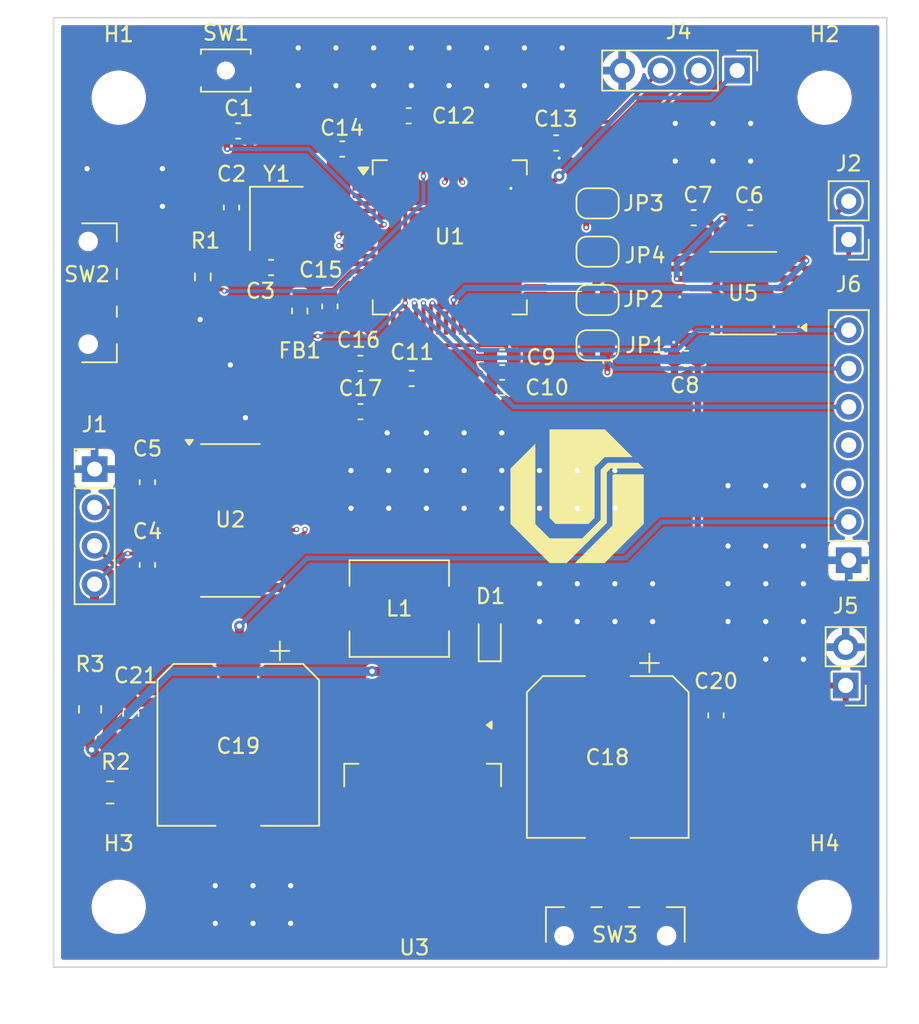
<source format=kicad_pcb>
(kicad_pcb (version 20240108) (generator "pcbnew") (generator_version "8.0")
  (layers (0 "F.Cu" signal) (1 "In1.Cu" signal) (2 "In2.Cu" signal) (31 "B.Cu" signal) (34 "B.Paste" user) (35 "F.Paste" user) (36 "B.SilkS" user "B.Silkscreen") (37 "F.SilkS" user "F.Silkscreen") (38 "B.Mask" user) (39 "F.Mask" user) (44 "Edge.Cuts" user))
  (net 0 "")
  (net 1 "GND")
  (net 2 "/RESET")
  (net 3 "/HSE_IN")
  (net 4 "/HSE_OUT")
  (net 5 "+3.3V")
  (net 6 "Net-(U2-VBG)")
  (net 7 "Net-(U5-VCP)")
  (net 8 "+9V")
  (net 9 "/VDDA")
  (net 10 "Net-(SW3-C)")
  (net 11 "Net-(D1-K)")
  (net 12 "Net-(J1-Pin_3)")
  (net 13 "Net-(J1-Pin_2)")
  (net 14 "Net-(J2-Pin_1)")
  (net 15 "Net-(J2-Pin_2)")
  (net 16 "/SWCLK")
  (net 17 "/SWDIO")
  (net 18 "Net-(JP1-B)")
  (net 19 "/DC1_IN1")
  (net 20 "Net-(JP2-B)")
  (net 21 "/DC1_IN2")
  (net 22 "Net-(JP3-B)")
  (net 23 "Net-(JP4-B)")
  (net 24 "Net-(SW2-B)")
  (net 25 "/BOOT")
  (net 26 "Net-(U3-FB)")
  (net 40 "/LOAD_DATA")
  (net 48 "/FAULT")
  (net 49 "/LOAD_OUT")
  (net 69 "/MOSI_DSP")
  (net 70 "/RES_DSP")
  (net 71 "/DC_DSP")
  (net 73 "/BLK_DSP")
  (net 74 "/CLK__DSP")
  (footprint "Button_Switch_SMD:SW_SPDT_CK_JS102011SAQN" (layer "F.Cu") (at 117.575 85.725 -90)
    (property "Reference" "SW2")
    (property "Value" "SW_SPDT")
  )
  (footprint "Resistor_SMD:R_0603_1608Metric" (layer "F.Cu") (at 125.175 84.675 -90)
    (property "Reference" "R1")
    (property "Value" "10K")
  )
  (footprint "Capacitor_SMD:C_0603_1608Metric" (layer "F.Cu") (at 145.025 90 180)
    (property "Reference" "C9")
    (property "Value" "4.7uF")
  )
  (footprint "Capacitor_SMD:C_0603_1608Metric" (layer "F.Cu") (at 135.625 90.4 180)
    (property "Reference" "C16")
    (property "Value" "1uF")
  )
  (footprint "Crystal:Crystal_SMD_SeikoEpson_FA238V-4Pin_3.2x2.5mm" (layer "F.Cu") (at 130.05 80.8 -90)
    (property "Reference" "Y1")
    (property "Value" "25MHz")
  )
  (footprint "MountingHole:MountingHole_3.2mm_M3" (layer "F.Cu") (at 119.6 72.8)
    (property "Reference" "H1")
    (property "Value" "MountingHole")
  )
  (footprint "Resistor_SMD:R_0805_2012Metric_Pad1.20x1.40mm_HandSolder" (layer "F.Cu") (at 117.7 113.325 90)
    (property "Reference" "R3")
    (property "Value" "150K")
  )
  (footprint "Capacitor_SMD:C_0603_1608Metric" (layer "F.Cu") (at 148.6 75.8)
    (property "Reference" "C13")
    (property "Value" "100nF")
  )
  (footprint "Capacitor_SMD:C_0603_1608Metric" (layer "F.Cu") (at 145.025 92 180)
    (property "Reference" "C10")
    (property "Value" "100nF")
  )
  (footprint "Resistor_SMD:R_0805_2012Metric_Pad1.20x1.40mm_HandSolder" (layer "F.Cu") (at 119.025 118.825 180)
    (property "Reference" "R2")
    (property "Value" "250K")
  )
  (footprint "Capacitor_SMD:C_0603_1608Metric" (layer "F.Cu") (at 138.825 74)
    (property "Reference" "C12")
    (property "Value" "100nF")
  )
  (footprint "Capacitor_SMD:C_0603_1608Metric" (layer "F.Cu") (at 159.2 113.725 -90)
    (property "Reference" "C20")
    (property "Value" "0.1uF")
  )
  (footprint "Connector_PinHeader_2.54mm:PinHeader_1x07_P2.54mm_Vertical" (layer "F.Cu") (at 168 103.44 180)
    (property "Reference" "J6")
    (property "Value" "Conn_01x07")
  )
  (footprint "Capacitor_SMD:C_0603_1608Metric" (layer "F.Cu") (at 127.075 80.075 -90)
    (property "Reference" "C2")
    (property "Value" "26pF")
  )
  (footprint "Connector_PinHeader_2.54mm:PinHeader_1x04_P2.54mm_Vertical" (layer "F.Cu") (at 118 97.405)
    (property "Reference" "J1")
    (property "Value" "Load Cell")
  )
  (footprint "Package_SO:SOP-16_3.9x9.9mm_P1.27mm" (layer "F.Cu") (at 127 100.805)
    (property "Reference" "U2")
    (property "Value" "HX711")
  )
  (footprint "Connector_PinHeader_2.54mm:PinHeader_1x02_P2.54mm_Vertical" (layer "F.Cu") (at 168 82.2 180)
    (property "Reference" "J2")
    (property "Value" "DC_MOTOR")
  )
  (footprint "Capacitor_SMD:CP_Elec_10x12.5" (layer "F.Cu") (at 152.025 116.475 -90)
    (property "Reference" "C18")
    (property "Value" "470uF")
  )
  (footprint "MountingHole:MountingHole_3.2mm_M3" (layer "F.Cu") (at 119.6 126.4)
    (property "Reference" "H3")
    (property "Value" "MountingHole")
  )
  (footprint "Capacitor_SMD:C_0603_1608Metric" (layer "F.Cu") (at 133.6 86.625 -90)
    (property "Reference" "C15")
    (property "Value" "10nF")
  )
  (footprint "Inductor_SMD:L_0603_1608Metric_Pad1.05x0.95mm_HandSolder" (layer "F.Cu") (at 131.6 86.925 -90)
    (property "Reference" "FB1")
    (property "Value" "FerriteBead")
  )
  (footprint "Capacitor_SMD:C_0603_1608Metric" (layer "F.Cu") (at 157.725 80.75 180)
    (property "Reference" "C7")
    (property "Value" "2.2uF")
  )
  (footprint "Capacitor_SMD:C_0603_1608Metric" (layer "F.Cu") (at 135.625 93.6 180)
    (property "Reference" "C17")
    (property "Value" "1uF")
  )
  (footprint "Jumper:SolderJumper-2_P1.3mm_Open_RoundedPad1.0x1.5mm" (layer "F.Cu") (at 151.35 83 180)
    (property "Reference" "JP4")
    (property "Value" "SolderJumper_2_Open")
  )
  (footprint "Connector_PinHeader_2.54mm:PinHeader_1x04_P2.54mm_Vertical" (layer "F.Cu") (at 160.6 71 -90)
    (property "Reference" "J4")
    (property "Value" "Conn_01x04")
  )
  (footprint "Diode_SMD:D_0603_1608Metric_Pad1.05x0.95mm_HandSolder" (layer "F.Cu") (at 144.2 108.475 90)
    (property "Reference" "D1")
    (property "Value" "TSSA3U45")
  )
  (footprint "Capacitor_SMD:C_0603_1608Metric" (layer "F.Cu") (at 134.425 76.2 180)
    (property "Reference" "C14")
    (property "Value" "100nF")
  )
  (footprint "Capacitor_SMD:C_0603_1608Metric" (layer "F.Cu") (at 157.225 90.075 180)
    (property "Reference" "C8")
    (property "Value" "10uF")
  )
  (footprint "Connector_PinHeader_2.54mm:PinHeader_1x02_P2.54mm_Vertical" (layer "F.Cu") (at 167.8 111.74 180)
    (property "Reference" "J5")
    (property "Value" "Conn_01x02")
  )
  (footprint "Capacitor_SMD:C_0603_1608Metric" (layer "F.Cu") (at 139.025 91.4 180)
    (property "Reference" "C11")
    (property "Value" "100nF")
  )
  (footprint "Package_QFP:LQFP-64_10x10mm_P0.5mm" (layer "F.Cu") (at 141.55 82.05)
    (property "Reference" "U1")
    (property "Value" "STM32F446RETx")
  )
  (footprint "Logo:logo_ufu" (layer "F.Cu") (at 150 99.2)
    (property "Reference" "G***" (hide yes))
    (property "Value" "LOGO" (hide yes))
  )
  (footprint "MountingHole:MountingHole_3.2mm_M3" (layer "F.Cu") (at 166.4 126.4)
    (property "Reference" "H4")
    (property "Value" "MountingHole")
  )
  (footprint "Capacitor_SMD:C_0603_1608Metric" (layer "F.Cu") (at 161.475 80.75 180)
    (property "Reference" "C6")
    (property "Value" "0,01uF")
  )
  (footprint "Package_TO_SOT_SMD:TO-263-5_TabPin3" (layer "F.Cu") (at 139.75 121.75 -90)
    (property "Reference" "U3")
    (property "Value" "LM2596S-3.3")
  )
  (footprint "Jumper:SolderJumper-2_P1.3mm_Open_RoundedPad1.0x1.5mm" (layer "F.Cu") (at 151.35 79.8)
    (property "Reference" "JP3")
    (property "Value" "SolderJumper_2_Open")
  )
  (footprint "Capacitor_SMD:C_0603_1608Metric" (layer "F.Cu") (at 121.5 103.75 90)
    (property "Reference" "C4")
    (property "Value" "2.2uF")
  )
  (footprint "Capacitor_SMD:C_0603_1608Metric" (layer "F.Cu") (at 120.4 113.625 -90)
    (property "Reference" "C21")
    (property "Value" "0.1uF")
  )
  (footprint "Button_Switch_SMD:SW_SPDT_CK_JS102011SAQN" (layer "F.Cu") (at 152.525 128.325)
    (property "Reference" "SW3")
    (property "Value" "SW_SPDT")
  )
  (footprint "Button_Switch_SMD:SW_SPST_B3U-1000P-B" (layer "F.Cu") (at 126.7 71 180)
    (property "Reference" "SW1")
    (property "Value" "SW_Push")
  )
  (footprint "Jumper:SolderJumper-2_P1.3mm_Bridged_RoundedPad1.0x1.5mm" (layer "F.Cu") (at 151.35 86.2)
    (property "Reference" "JP2")
    (property "Value" "SolderJumper_2_Bridged")
  )
  (footprint "Capacitor_SMD:C_0603_1608Metric" (layer "F.Cu") (at 129.7 84.05 180)
    (property "Reference" "C3")
    (property "Value" "26pF")
  )
  (footprint "Capacitor_SMD:C_0603_1608Metric" (layer "F.Cu") (at 127.525 75)
    (property "Reference" "C1")
    (property "Value" "100nF")
  )
  (footprint "Package_SO:TSSOP-16_4.4x5mm_P0.65mm" (layer "F.Cu") (at 161 85.75 180)
    (property "Reference" "U5")
    (property "Value" "DRV8833PW")
  )
  (footprint "Jumper:SolderJumper-2_P1.3mm_Bridged_RoundedPad1.0x1.5mm" (layer "F.Cu") (at 151.35 89.2 180)
    (property "Reference" "JP1")
    (property "Value" "SolderJumper_2_Bridged")
  )
  (footprint "Inductor_SMD:L_6.3x6.3_H3" (layer "F.Cu") (at 138.2 106.645 180)
    (property "Reference" "L1")
    (property "Value" "47uH")
  )
  (footprint "Capacitor_SMD:CP_Elec_10x12.5" (layer "F.Cu") (at 127.525 115.675 -90)
    (property "Reference" "C19")
    (property "Value" "470uF")
  )
  (footprint "MountingHole:MountingHole_3.2mm_M3" (layer "F.Cu") (at 166.4 72.8)
    (property "Reference" "H2")
    (property "Value" "MountingHole")
  )
  (footprint "Capacitor_SMD:C_0603_1608Metric" (layer "F.Cu") (at 121.5 98.275 90)
    (property "Reference" "C5")
    (property "Value" "2.2uF")
  )
  (gr_rect (start 115.275 67.5) (end 170.525 130.4) (stroke (width 0.1)) (fill none) (layer "Edge.Cuts"))
  (segment (start 156.45 89.05) (end 156.4 89) (width 0.25) (layer "F.Cu") (net 1))
  (segment (start 149.375 76.225) (end 148.8 76.8) (width 0.25) (layer "F.Cu") (net 1))
  (segment (start 156.875 86.075) (end 156.8 86) (width 0.25) (layer "F.Cu") (net 1))
  (segment (start 158.1375 86.075) (end 156.875 86.075) (width 0.25) (layer "F.Cu") (net 1))
  (segment (start 147.225 78.8) (end 145.6 78.8) (width 0.25) (layer "F.Cu") (net 1))
  (segment (start 129.1 81.5) (end 129.1 82) (width 0.25) (layer "F.Cu") (net 1))
  (segment (start 149.375 75.8) (end 149.375 76.225) (width 0.25) (layer "F.Cu") (net 1))
  (segment (start 131 79.6) (end 129.1 81.5) (width 0.25) (layer "F.Cu") (net 1))
  (segment (start 156.45 90.075) (end 156.45 89.05) (width 0.25) (layer "F.Cu") (net 1))
  (via (at 128 94) (size 0.7) (drill 0.35) (layers "F.Cu" "B.Cu") (net 1))
  (via (at 126 125) (size 0.7) (drill 0.35) (layers "F.Cu" "B.Cu") (net 1))
  (via (at 127 90.5) (size 0.7) (drill 0.35) (layers "F.Cu" "B.Cu") (net 1))
  (via (at 147.5 107.5) (size 0.7) (drill 0.35) (layers "F.Cu" "B.Cu") (net 1))
  (via (at 159 77) (size 0.7) (drill 0.35) (layers "F.Cu" "B.Cu") (net 1))
  (via (at 136.5 69.5) (size 0.7) (drill 0.35) (layers "F.Cu" "B.Cu") (net 1))
  (via (at 156.5 74.5) (size 0.7) (drill 0.35) (layers "F.Cu" "B.Cu") (net 1))
  (via (at 135 100) (size 0.7) (drill 0.35) (layers "F.Cu" "B.Cu") (net 1))
  (via (at 156.8 86) (size 0.35) (drill 0.2) (layers "F.Cu" "B.Cu") (net 1))
  (via (at 131 125) (size 0.7) (drill 0.35) (layers "F.Cu" "B.Cu") (net 1))
  (via (at 144 69.5) (size 0.7) (drill 0.35) (layers "F.Cu" "B.Cu") (net 1))
  (via (at 152.5 105) (size 0.7) (drill 0.35) (layers "F.Cu" "B.Cu") (net 1))
  (via (at 137.5 97.5) (size 0.7) (drill 0.35) (layers "F.Cu" "B.Cu") (net 1))
  (via (at 131.5 69.5) (size 0.7) (drill 0.35) (layers "F.Cu" "B.Cu") (net 1))
  (via (at 160 98.5) (size 0.7) (drill 0.35) (layers "F.Cu" "B.Cu") (net 1))
  (via (at 160 102.5) (size 0.7) (drill 0.35) (layers "F.Cu" "B.Cu") (net 1))
  (via (at 146.5 72) (size 0.7) (drill 0.35) (layers "F.Cu" "B.Cu") (net 1))
  (via (at 161.5 74.5) (size 0.7) (drill 0.35) (layers "F.Cu" "B.Cu") (net 1))
  (via (at 150 105) (size 0.7) (drill 0.35) (layers "F.Cu" "B.Cu") (net 1))
  (via (at 152.5 100) (size 0.7) (drill 0.35) (layers "F.Cu" "B.Cu") (net 1))
  (via (at 152.5 107.5) (size 0.7) (drill 0.35) (layers "F.Cu" "B.Cu") (net 1))
  (via (at 165 102.5) (size 0.7) (drill 0.35) (layers "F.Cu" "B.Cu") (net 1))
  (via (at 117.5 77.5) (size 0.7) (drill 0.35) (layers "F.Cu" "B.Cu") (net 1))
  (via (at 161.5 77) (size 0.7) (drill 0.35) (layers "F.Cu" "B.Cu") (net 1))
  (via (at 156.5 77) (size 0.7) (drill 0.35) (layers "F.Cu" "B.Cu") (net 1))
  (via (at 134 69.5) (size 0.7) (drill 0.35) (layers "F.Cu" "B.Cu") (net 1))
  (via (at 140 95) (size 0.7) (drill 0.35) (layers "F.Cu" "B.Cu") (net 1))
  (via (at 152.5 97.5) (size 0.7) (drill 0.35) (layers "F.Cu" "B.Cu") (net 1))
  (via (at 146.5 69.5) (size 0.7) (drill 0.35) (layers "F.Cu" "B.Cu") (net 1))
  (via (at 140 97.5) (size 0.7) (drill 0.35) (layers "F.Cu" "B.Cu") (net 1))
  (via (at 165 110) (size 0.7) (drill 0.35) (layers "F.Cu" "B.Cu") (net 1))
  (via (at 134 72) (size 0.7) (drill 0.35) (layers "F.Cu" "B.Cu") (net 1))
  (via (at 145 95) (size 0.7) (drill 0.35) (layers "F.Cu" "B.Cu") (net 1))
  (via (at 165 107.5) (size 0.7) (drill 0.35) (layers "F.Cu" "B.Cu") (net 1))
  (via (at 145 100) (size 0.7) (drill 0.35) (layers "F.Cu" "B.Cu") (net 1))
  (via (at 150 100) (size 0.7) (drill 0.35) (layers "F.Cu" "B.Cu") (net 1))
  (via (at 131.5 72) (size 0.7) (drill 0.35) (layers "F.Cu" "B.Cu") (net 1))
  (via (at 162.5 105) (size 0.7) (drill 0.35) (layers "F.Cu" "B.Cu") (net 1))
  (via (at 122.5 80) (size 0.7) (drill 0.35) (layers "F.Cu" "B.Cu") (net 1))
  (via (at 128.5 125) (size 0.7) (drill 0.35) (layers "F.Cu" "B.Cu") (net 1))
  (via (at 142.5 100) (size 0.7) (drill 0.35) (layers "F.Cu" "B.Cu") (net 1))
  (via (at 162.5 110) (size 0.7) (drill 0.35) (layers "F.Cu" "B.Cu") (net 1))
  (via (at 160 107.5) (size 0.7) (drill 0.35) (layers "F.Cu" "B.Cu") (net 1))
  (via (at 155 105) (size 0.7) (drill 0.35) (layers "F.Cu" "B.Cu") (net 1))
  (via (at 159 74.5) (size 0.7) (drill 0.35) (layers "F.Cu" "B.Cu") (net 1))
  (via (at 141.5 69.5) (size 0.7) (drill 0.35) (layers "F.Cu" "B.Cu") (net 1))
  (via (at 160 105) (size 0.7) (drill 0.35) (layers "F.Cu" "B.Cu") (net 1))
  (via (at 131 127.5) (size 0.7) (drill 0.35) (layers "F.Cu" "B.Cu") (net 1))
  (via (at 135 97.5) (size 0.7) (drill 0.35) (layers "F.Cu" "B.Cu") (net 1))
  (via (at 148.8 76.8) (size 0.35) (drill 0.2) (layers "F.Cu" "B.Cu") (net 1))
  (via (at 165 105) (size 0.7) (drill 0.35) (layers "F.Cu" "B.Cu") (net 1))
  (via (at 149 72) (size 0.7) (drill 0.35) (layers "F.Cu" "B.Cu") (net 1))
  (via (at 122.5 77.5) (size 0.7) (drill 0.35) (layers "F.Cu" "B.Cu") (net 1))
  (via (at 165 98.5) (size 0.7) (drill 0.35) (layers "F.Cu" "B.Cu") (net 1))
  (via (at 139 72) (size 0.7) (drill 0.35) (layers "F.Cu" "B.Cu") (net 1))
  (via (at 142.5 97.5) (size 0.7) (drill 0.35) (layers "F.Cu" "B.Cu") (net 1))
  (via (at 136.5 72) (size 0.7) (drill 0.35) (layers "F.Cu" "B.Cu") (net 1))
  (via (at 144 72) (size 0.7) (drill 0.35) (layers "F.Cu" "B.Cu") (net 1))
  (via (at 125 87.5) (size 0.7) (drill 0.35) (layers "F.Cu" "B.Cu") (net 1))
  (via (at 145 97.5) (size 0.7) (drill 0.35) (layers "F.Cu" "B.Cu") (net 1))
  (via (at 147.5 105) (size 0.7) (drill 0.35) (layers "F.Cu" "B.Cu") (net 1))
  (via (at 147.5 97.5) (size 0.7) (drill 0.35) (layers "F.Cu" "B.Cu") (net 1))
  (via (at 142.5 95) (size 0.7) (drill 0.35) (layers "F.Cu" "B.Cu") (net 1))
  (via (at 155 107.5) (size 0.7) (drill 0.35) (layers "F.Cu" "B.Cu") (net 1))
  (via (at 156.4 89) (size 0.35) (drill 0.2) (layers "F.Cu" "B.Cu") (net 1))
  (via (at 150 107.5) (size 0.7) (drill 0.35) (layers "F.Cu" "B.Cu") (net 1))
  (via (at 137.4 95) (size 0.7) (drill 0.35) (layers "F.Cu" "B.Cu") (net 1))
  (via (at 150 97.5) (size 0.7) (drill 0.35) (layers "F.Cu" "B.Cu") (net 1))
  (via (at 147.5 100) (size 0.7) (drill 0.35) (layers "F.Cu" "B.Cu") (net 1))
  (via (at 126 127.5) (size 0.7) (drill 0.35) (layers "F.Cu" "B.Cu") (net 1))
  (via (at 128.5 127.5) (size 0.7) (drill 0.35) (layers "F.Cu" "B.Cu") (net 1))
  (via (at 140 100) (size 0.7) (drill 0.35) (layers "F.Cu" "B.Cu") (net 1))
  (via (at 141.5 72) (size 0.7) (drill 0.35) (layers "F.Cu" "B.Cu") (net 1))
  (via (at 145.6 78.8) (size 0.35) (drill 0.2) (layers "F.Cu" "B.Cu") (net 1))
  (via (at 137.5 100) (size 0.7) (drill 0.35) (layers "F.Cu" "B.Cu") (net 1))
  (via (at 139 69.5) (size 0.7) (drill 0.35) (layers "F.Cu" "B.Cu") (net 1))
  (via (at 149 69.5) (size 0.7) (drill 0.35) (layers "F.Cu" "B.Cu") (net 1))
  (via (at 162.5 102.5) (size 0.7) (drill 0.35) (layers "F.Cu" "B.Cu") (net 1))
  (via (at 162.5 98.5) (size 0.7) (drill 0.35) (layers "F.Cu" "B.Cu") (net 1))
  (via (at 162.5 107.5) (size 0.7) (drill 0.35) (layers "F.Cu" "B.Cu") (net 1))
  (segment (start 148.8 76.8) (end 147.6 76.8) (width 0.25) (layer "B.Cu") (net 1))
  (segment (start 156.8 86) (end 156.4 86.4) (width 0.25) (layer "B.Cu") (net 1))
  (segment (start 147.6 76.8) (end 145.6 78.8) (width 0.25) (layer "B.Cu") (net 1))
  (segment (start 156.4 86.4) (end 156.4 89) (width 0.25) (layer "B.Cu") (net 1))
  (segment (start 137.1 81.3) (end 137.2 81.2) (width 0.25) (layer "F.Cu") (net 2))
  (segment (start 126.8 75.05) (end 126.75 75) (width 0.4) (layer "F.Cu") (net 2))
  (segment (start 125 71) (end 125 73.25) (width 0.4) (layer "F.Cu") (net 2))
  (segment (start 125 73.25) (end 126.75 75) (width 0.4) (layer "F.Cu") (net 2))
  (segment (start 126.75 75) (end 126.75 76.15) (width 0.4) (layer "F.Cu") (net 2))
  (segment (start 135.875 81.3) (end 137.1 81.3) (width 0.25) (layer "F.Cu") (net 2))
  (segment (start 126.75 76.15) (end 126.8 76.2) (width 0.4) (layer "F.Cu") (net 2))
  (segment (start 126.8 76.2) (end 126.8 75.05) (width 0.4) (layer "F.Cu") (net 2))
  (via (at 126.8 76.2) (size 0.35) (drill 0.2) (layers "F.Cu" "B.Cu") (net 2))
  (via (at 137.2 81.2) (size 0.35) (drill 0.2) (layers "F.Cu" "B.Cu") (net 2))
  (segment (start 137.2 81.2) (end 132.2 76.2) (width 0.25) (layer "B.Cu") (net 2))
  (segment (start 132.2 76.2) (end 126.8 76.2) (width 0.25) (layer "B.Cu") (net 2))
  (segment (start 130.7 78) (end 129.1 79.6) (width 0.25) (layer "F.Cu") (net 3))
  (segment (start 135.875 80.3) (end 135.032236 80.3) (width 0.25) (layer "F.Cu") (net 3))
  (segment (start 135.032236 80.3) (end 132.732236 78) (width 0.25) (layer "F.Cu") (net 3))
  (segment (start 128.8 79.3) (end 129.1 79.6) (width 0.25) (layer "F.Cu") (net 3))
  (segment (start 132.732236 78) (end 130.7 78) (width 0.25) (layer "F.Cu") (net 3))
  (segment (start 127.075 79.3) (end 128.8 79.3) (width 0.25) (layer "F.Cu") (net 3))
  (segment (start 130.475 82.525) (end 131 82) (width 0.25) (layer "F.Cu") (net 4))
  (segment (start 130.475 84.05) (end 130.475 82.525) (width 0.25) (layer "F.Cu") (net 4))
  (segment (start 131 82) (end 131.6 82) (width 0.25) (layer "F.Cu") (net 4))
  (segment (start 131.6 82) (end 132.8 80.8) (width 0.25) (layer "F.Cu") (net 4))
  (segment (start 132.8 80.8) (end 135.875 80.8) (width 0.25) (layer "F.Cu") (net 4))
  (segment (start 136.717764 78.3) (end 135.875 78.3) (width 0.25) (layer "F.Cu") (net 5))
  (segment (start 145.3 89.5) (end 145.8 90) (width 0.25) (layer "F.Cu") (net 5))
  (segment (start 132.4 88.6) (end 131.6 87.8) (width 0.25) (layer "F.Cu") (net 5))
  (segment (start 136.375 93.6) (end 137.8 93.6) (width 0.4) (layer "F.Cu") (net 5))
  (segment (start 145.8 90) (end 145.8 92) (width 0.25) (layer "F.Cu") (net 5))
  (segment (start 147.225 78.3) (end 148.5 78.3) (width 0.3) (layer "F.Cu") (net 5))
  (segment (start 124.5 98.9) (end 125.499999 98.9) (width 0.6) (layer "F.Cu") (net 5))
  (segment (start 138.6 80.182236) (end 142.217764 80.182236) (width 0.25) (layer "F.Cu") (net 5))
  (segment (start 139.8 91.6) (end 137.8 93.6) (width 0.4) (layer "F.Cu") (net 5))
  (segment (start 124.006078 107.6) (end 124.006078 107.956078) (width 0.6) (layer "F.Cu") (net 5))
  (segment (start 138.6 86.4) (end 138.6 80.182236) (width 0.25) (layer "F.Cu") (net 5))
  (segment (start 138.8 87.725) (end 138.8 88.567764) (width 0.25) (layer "F.Cu") (net 5))
  (segment (start 119.2 107.6) (end 118 106.4) (width 0.6) (layer "F.Cu") (net 5))
  (segment (start 120.4 112.85) (end 126.15 112.85) (width 0.6) (layer "F.Cu") (net 5))
  (segment (start 139.8 89.567764) (end 140.167764 89.2) (width 0.25) (layer "F.Cu") (net 5))
  (segment (start 132.8 88.6) (end 132.4 88.6) (width 0.25) (layer "F.Cu") (net 5))
  (segment (start 125.499999 98.9) (end 127 97.399999) (width 0.6) (layer "F.Cu") (net 5))
  (segment (start 147.825 77.7) (end 147.225 78.3) (width 0.3) (layer "F.Cu") (net 5))
  (segment (start 138.05 74) (end 137.8 74.25) (width 0.25) (layer "F.Cu") (net 5))
  (segment (start 147.825 75.8) (end 147.825 77.7) (width 0.3) (layer "F.Cu") (net 5))
  (segment (start 127 97.399999) (end 127 104.606078) (width 0.6) (layer "F.Cu") (net 5))
  (segment (start 133.64 96.36) (end 136.4 93.6) (width 0.6) (layer "F.Cu") (net 5))
  (segment (start 137.8 74.25) (end 137.8 76.375) (width 0.25) (layer "F.Cu") (net 5))
  (segment (start 124.006078 107.6) (end 119.2 107.6) (width 0.6) (layer "F.Cu") (net 5))
  (segment (start 145.3 89.2) (end 145.3 89.5) (width 0.25) (layer "F.Cu") (net 5))
  (segment (start 138.6 86.4) (end 138.6 86.682236) (width 0.25) (layer "F.Cu") (net 5))
  (segment (start 121.475 103) (end 121.5 102.975) (width 0.25) (layer "F.Cu") (net 5))
  (segment (start 138.6 80.182236) (end 136.717764 78.3) (width 0.25) (layer "F.Cu") (net 5))
  (segment (start 138.8 86.882236) (end 138.8 87.725) (width 0.25) (layer "F.Cu") (net 5))
  (segment (start 142.217764 80.182236) (end 144.1 78.3) (width 0.25) (layer "F.Cu") (net 5))
  (segment (start 144.1 78.3) (end 147.225 78.3) (width 0.25) (layer "F.Cu") (net 5))
  (segment (start 132.355 106.645) (end 127.525 111.475) (width 0.6) (layer "F.Cu") (net 5))
  (segment (start 145.3 87.725) (end 145.3 89.2) (width 0.25) (layer "F.Cu") (net 5))
  (segment (start 127.6 107.8) (end 127.6 111.4) (width 0.6) (layer "F.Cu") (net 5))
  (segment (start 148.5 78.3) (end 148.8 78) (width 0.3) (layer "F.Cu") (net 5))
  (segment (start 140.167764 89.2) (end 145.3 89.2) (width 0.25) (layer "F.Cu") (net 5))
  (segment (start 138.8 88.567764) (end 139.8 89.567764) (width 0.25) (layer "F.Cu") (net 5))
  (segment (start 118 106.4) (end 118 105.025) (width 0.6) (layer "F.Cu") (net 5))
  (segment (start 120.025 118.825) (end 120.175 118.825) (width 0.6) (layer "F.Cu") (net 5))
  (segment (start 127 96.36) (end 124.5 96.36) (width 0.6) (layer "F.Cu") (net 5))
  (segment (start 138.6 86.682236) (end 138.8 86.882236) (width 0.25) (layer "F.Cu") (net 5))
  (segment (start 135.2 77.625) (end 135.875 78.3) (width 0.25) (layer "F.Cu") (net 5))
  (segment (start 129.5 96.36) (end 133.64 96.36) (width 0.6) (layer "F.Cu") (net 5))
  (segment (start 120.175 118.825) (end 127.525 111.475) (width 0.6) (layer "F.Cu") (net 5))
  (segment (start 129.5 96.36) (end 127 96.36) (width 0.6) (layer "F.Cu") (net 5))
  (segment (start 135.45 106.645) (end 132.355 106.645) (width 0.6) (layer "F.Cu") (net 5))
  (segment (start 124.006078 107.956078) (end 127.525 111.475) (width 0.6) (layer "F.Cu") (net 5))
  (segment (start 127 97.399999) (end 127 96.36) (width 0.6) (layer "F.Cu") (net 5))
  (segment (start 139.8 91.4) (end 139.8 91.6) (width 0.4) (layer "F.Cu") (net 5))
  (segment (start 127.6 111.4) (end 127.525 111.475) (width 0.6) (layer "F.Cu") (net 5))
  (segment (start 120.325 88.225) (end 124.5 92.4) (width 0.6) (layer "F.Cu") (net 5))
  (segment (start 137.625 76.2) (end 137.8 76.375) (width 0.25) (layer "F.Cu") (net 5))
  (segment (start 126.15 112.85) (end 127.525 111.475) (width 0.6) (layer "F.Cu") (net 5))
  (segment (start 120.2 103) (end 121.475 103) (width 0.25) (layer "F.Cu") (net 5))
  (segment (start 135.2 76.2) (end 137.625 76.2) (width 0.25) (layer "F.Cu") (net 5))
  (segment (start 124.5 92.4) (end 124.5 96.36) (width 0.6) (layer "F.Cu") (net 5))
  (segment (start 127 104.606078) (end 124.006078 107.6) (width 0.6) (layer "F.Cu") (net 5))
  (segment (start 135.2 76.2) (end 135.2 77.625) (width 0.25) (layer "F.Cu") (net 5))
  (segment (start 139.8 89.567764) (end 139.8 91.4) (width 0.25) (layer "F.Cu") (net 5))
  (via (at 127.6 107.8) (size 0.7) (drill 0.35) (layers "F.Cu" "B.Cu") (net 5))
  (via (at 138.6 86.4) (size 0.35) (drill 0.2) (layers "F.Cu" "B.Cu") (net 5))
  (via (at 120.2 103) (size 0.35) (drill 0.2) (layers "F.Cu" "B.Cu") (net 5))
  (via (at 132.8 88.6) (size 0.35) (drill 0.2) (layers "F.Cu" "B.Cu") (net 5))
  (via (at 148.8 78) (size 0.7) (drill 0.35) (layers "F.Cu" "B.Cu") (net 5))
  (segment (start 168 100.9) (end 155.61005 100.9) (width 0.3) (layer "B.Cu") (net 5))
  (segment (start 120.025 103) (end 118 105.025) (width 0.25) (layer "B.Cu") (net 5))
  (segment (start 153.2 103.31005) (end 132.08995 103.31005) (width 0.3) (layer "B.Cu") (net 5))
  (segment (start 158.8 72.8) (end 158.4 72.8) (width 0.3) (layer "B.Cu") (net 5))
  (segment (start 153.799999 72.8) (end 148.8 78) (width 0.3) (layer "B.Cu") (net 5))
  (segment (start 158.4 72.8) (end 153.799999 72.8) (width 0.3) (layer "B.Cu") (net 5))
  (segment (start 120.2 103) (end 120.025 103) (width 0.25) (layer "B.Cu") (net 5))
  (segment (start 160.6 71) (end 158.8 72.8) (width 0.3) (layer "B.Cu") (net 5))
  (segment (start 132.08995 103.31005) (end 127.6 107.8) (width 0.3) (layer "B.Cu") (net 5))
  (segment (start 132.8 88.6) (end 136.4 88.6) (width 0.25) (layer "B.Cu") (net 5))
  (segment (start 155.61005 100.9) (end 153.2 103.31005) (width 0.3) (layer "B.Cu") (net 5))
  (segment (start 136.4 88.6) (end 138.6 86.4) (width 0.25) (layer "B.Cu") (net 5))
  (segment (start 121.5 100.048592) (end 124.161408 102.71) (width 0.25) (layer "F.Cu") (net 6))
  (segment (start 121.5 99.05) (end 121.5 100.048592) (width 0.25) (layer "F.Cu") (net 6))
  (segment (start 124.161408 102.71) (end 124.5 102.71) (width 0.25) (layer "F.Cu") (net 6))
  (segment (start 158.1125 84.8) (end 158.1375 84.775) (width 0.4) (layer "F.Cu") (net 7))
  (segment (start 156.6 84.8) (end 158.1125 84.8) (width 0.4) (layer "F.Cu") (net 7))
  (segment (start 159.6 80.8) (end 160.65 80.8) (width 0.4) (layer "F.Cu") (net 7))
  (segment (start 160.65 80.8) (end 160.7 80.75) (width 0.4) (layer "F.Cu") (net 7))
  (via (at 159.6 80.8) (size 0.35) (drill 0.2) (layers "F.Cu" "B.Cu") (net 7))
  (via (at 156.6 84.8) (size 0.35) (drill 0.2) (layers "F.Cu" "B.Cu") (net 7))
  (segment (start 159.6 80.8) (end 156.6 83.8) (width 0.4) (layer "B.Cu") (net 7))
  (segment (start 156.6 83.8) (end 156.6 84.8) (width 0.4) (layer "B.Cu") (net 7))
  (segment (start 159.275 87.065122) (end 158.934878 86.725) (width 0.4) (layer "F.Cu") (net 8))
  (segment (start 158 90.075) (end 158 108.775) (width 0.4) (layer "F.Cu") (net 8))
  (segment (start 158.1375 86.725) (end 158.934878 86.725) (width 0.4) (layer "F.Cu") (net 8))
  (segment (start 167.8 111.74) (end 167.8 118.475) (width 0.4) (layer "F.Cu") (net 8))
  (segment (start 158 90.075) (end 159.275 88.8) (width 0.4) (layer "F.Cu") (net 8))
  (segment (start 159.375 81.625) (end 161.375 81.625) (width 0.4) (layer "F.Cu") (net 8))
  (segment (start 158.934878 86.725) (end 159.4 86.259878) (width 0.4) (layer "F.Cu") (net 8))
  (segment (start 158.934878 85.425) (end 159.275 85.084878) (width 0.4) (layer "F.Cu") (net 8))
  (segment (start 158.5 80.75) (end 159.375 81.625) (width 0.4) (layer "F.Cu") (net 8))
  (segment (start 159.275 88.8) (end 159.275 87.065122) (width 0.4) (layer "F.Cu") (net 8))
  (segment (start 161.375 81.625) (end 162.25 80.75) (width 0.4) (layer "F.Cu") (net 8))
  (segment (start 158.1375 85.425) (end 158.934878 85.425) (width 0.4) (layer "F.Cu") (net 8))
  (segment (start 159.4 85.890122) (end 158.934878 85.425) (width 0.4) (layer "F.Cu") (net 8))
  (segment (start 158.95 127.325) (end 167.75 118.525) (width 0.6) (layer "F.Cu") (net 8))
  (segment (start 160.965 111.74) (end 167.8 111.74) (width 0.4) (layer "F.Cu") (net 8))
  (segment (start 167.8 118.475) (end 167.75 118.525) (width 0.4) (layer "F.Cu") (net 8))
  (segment (start 159.275 81.525) (end 158.5 80.75) (width 0.4) (layer "F.Cu") (net 8))
  (segment (start 152.525 125.575) (end 154.275 127.325) (width 0.6) (layer "F.Cu") (net 8))
  (segment (start 159.275 85.084878) (end 159.275 81.525) (width 0.4) (layer "F.Cu") (net 8))
  (segment (start 158 108.775) (end 160.965 111.74) (width 0.4) (layer "F.Cu") (net 8))
  (segment (start 159.4 86.259878) (end 159.4 85.890122) (width 0.4) (layer "F.Cu") (net 8))
  (segment (start 154.275 127.325) (end 158.95 127.325) (width 0.6) (layer "F.Cu") (net 8))
  (segment (start 135.032236 84.3) (end 133.6 85.732236) (width 0.25) (layer "F.Cu") (net 9))
  (segment (start 136.4 88.65) (end 136.4 90.4) (width 0.25) (layer "F.Cu") (net 9))
  (segment (start 133.6 85.85) (end 131.8 85.85) (width 0.25) (layer "F.Cu") (net 9))
  (segment (start 133.6 85.85) (end 136.4 88.65) (width 0.25) (layer "F.Cu") (net 9))
  (segment (start 135.875 84.3) (end 135.032236 84.3) (width 0.25) (layer "F.Cu") (net 9))
  (segment (start 133.6 85.732236) (end 133.6 85.85) (width 0.25) (layer "F.Cu") (net 9))
  (segment (start 131.8 85.85) (end 131.6 86.05) (width 0.25) (layer "F.Cu") (net 9))
  (segment (start 143.15 114.1) (end 144.975 112.275) (width 0.6) (layer "F.Cu") (net 10))
  (segment (start 163.2 116.6) (end 159.55 112.95) (width 0.6) (layer "F.Cu") (net 10))
  (segment (start 144.975 112.275) (end 152.025 112.275) (width 0.6) (layer "F.Cu") (net 10))
  (segment (start 163.2 117.4) (end 163.2 116.6) (width 0.6) (layer "F.Cu") (net 10))
  (segment (start 152.025 112.275) (end 158.525 112.275) (width 0.6) (layer "F.Cu") (net 10))
  (segment (start 155.025 125.575) (end 163.2 117.4) (width 0.6) (layer "F.Cu") (net 10))
  (segment (start 159.55 112.95) (end 159.2 112.95) (width 0.6) (layer "F.Cu") (net 10))
  (segment (start 158.525 112.275) (end 159.2 112.95) (width 0.6) (layer "F.Cu") (net 10))
  (segment (start 141.45 114.1) (end 141.45 112.1) (width 0.6) (layer "F.Cu") (net 11))
  (segment (start 141.495 106.645) (end 144.2 109.35) (width 0.6) (layer "F.Cu") (net 11))
  (segment (start 141.45 112.1) (end 144.2 109.35) (width 0.6) (layer "F.Cu") (net 11))
  (segment (start 140.95 106.645) (end 141.495 106.645) (width 0.6) (layer "F.Cu") (net 11))
  (segment (start 118 102.485) (end 121.065 105.55) (width 0.25) (layer "F.Cu") (net 12))
  (segment (start 124.2 105.55) (end 124.5 105.25) (width 0.25) (layer "F.Cu") (net 12))
  (segment (start 121.065 105.55) (end 124.2 105.55) (width 0.25) (layer "F.Cu") (net 12))
  (segment (start 120.126408 99.945) (end 124.161408 103.98) (width 0.25) (layer "F.Cu") (net 13))
  (segment (start 118 99.945) (end 120.126408 99.945) (width 0.25) (layer "F.Cu") (net 13))
  (segment (start 124.161408 103.98) (end 124.5 103.98) (width 0.25) (layer "F.Cu") (net 13))
  (segment (start 163.8625 87.375) (end 164.599999 87.375) (width 0.3) (layer "F.Cu") (net 14))
  (segment (start 164.599999 87.375) (end 168 83.974999) (width 0.3) (layer "F.Cu") (net 14))
  (segment (start 168 83.974999) (end 168 82.2) (width 0.3) (layer "F.Cu") (net 14))
  (segment (start 163.8625 86.075) (end 164.599999 86.075) (width 0.3) (layer "F.Cu") (net 15))
  (segment (start 164.599999 86.075) (end 166.8 83.874999) (width 0.3) (layer "F.Cu") (net 15))
  (segment (start 166.8 83.874999) (end 166.8 80.86) (width 0.3) (layer "F.Cu") (net 15))
  (segment (start 166.8 80.86) (end 168 79.66) (width 0.3) (layer "F.Cu") (net 15))
  (segment (start 145.441396 76.375) (end 145.3 76.375) (width 0.25) (layer "F.Cu") (net 16))
  (segment (start 152.111802 74.408198) (end 147.408198 74.408198) (width 0.25) (layer "F.Cu") (net 16))
  (segment (start 147.408198 74.408198) (end 145.441396 76.375) (width 0.25) (layer "F.Cu") (net 16))
  (segment (start 155.52 71) (end 152.111802 74.408198) (width 0.25) (layer "F.Cu") (net 16))
  (segment (start 157.4 71) (end 158.06 71) (width 0.25) (layer "F.Cu") (net 17))
  (segment (start 150.86 78.2) (end 149.6 78.2) (width 0.25) (layer "F.Cu") (net 17))
  (segment (start 148.5 79.3) (end 147.225 79.3) (width 0.25) (layer "F.Cu") (net 17))
  (segment (start 158.06 71) (end 150.86 78.2) (width 0.25) (layer "F.Cu") (net 17))
  (segment (start 149.6 78.2) (end 148.5 79.3) (width 0.25) (layer "F.Cu") (net 17))
  (segment (start 150.7 88.677241) (end 150.7 89.2) (width 0.4) (layer "F.Cu") (net 18))
  (segment (start 151.352241 88.025) (end 150.7 88.677241) (width 0.4) (layer "F.Cu") (net 18))
  (segment (start 158.1375 88.025) (end 151.352241 88.025) (width 0.4) (layer "F.Cu") (net 18))
  (segment (start 150.6 79.9) (end 150.7 79.8) (width 0.4) (layer "F.Cu") (net 19))
  (segment (start 150.6 81.4) (end 150.6 79.9) (width 0.4) (layer "F.Cu") (net 19))
  (segment (start 152 91) (end 152 89.2) (width 0.4) (layer "F.Cu") (net 19))
  (segment (start 147.225 79.8) (end 150.7 79.8) (width 0.25) (layer "F.Cu") (net 19))
  (via (at 150.6 81.4) (size 0.35) (drill 0.2) (layers "F.Cu" "B.Cu") (net 19))
  (via (at 152 91) (size 0.35) (drill 0.2) (layers "F.Cu" "B.Cu") (net 19))
  (segment (start 153.175 87.375) (end 152 86.2) (width 0.4) (layer "F.Cu") (net 20))
  (segment (start 158.1375 87.375) (end 153.175 87.375) (width 0.4) (layer "F.Cu") (net 20))
  (segment (start 152 84.377241) (end 150.7 85.677241) (width 0.4) (layer "F.Cu") (net 21))
  (segment (start 150.7 85.677241) (end 150.7 86.2) (width 0.4) (layer "F.Cu") (net 21))
  (segment (start 152 83) (end 152 84.377241) (width 0.4) (layer "F.Cu") (net 21))
  (segment (start 150.3 85.8) (end 150.7 86.2) (width 0.25) (layer "F.Cu") (net 21))
  (segment (start 147.225 85.8) (end 150.3 85.8) (width 0.25) (layer "F.Cu") (net 21))
  (segment (start 155.675 83.475) (end 158.1375 83.475) (width 0.4) (layer "F.Cu") (net 22))
  (segment (start 152 79.8) (end 155.675 83.475) (width 0.4) (layer "F.Cu") (net 22))
  (segment (start 158.1375 84.125) (end 155.476472 84.125) (width 0.4) (layer "F.Cu") (net 23))
  (segment (start 150.7 82.148528) (end 150.7 83) (width 0.4) (layer "F.Cu") (net 23))
  (segment (start 151.2 81.648528) (end 150.7 82.148528) (width 0.4) (layer "F.Cu") (net 23))
  (segment (start 155.476472 84.125) (end 153 81.648528) (width 0.4) (layer "F.Cu") (net 23))
  (segment (start 153 81.648528) (end 151.2 81.648528) (width 0.4) (layer "F.Cu") (net 23))
  (segment (start 120.325 85.725) (end 123.3 85.725) (width 0.25) (layer "F.Cu") (net 24))
  (segment (start 123.3 85.725) (end 125.175 83.85) (width 0.25) (layer "F.Cu") (net 24))
  (segment (start 125.175 85.5) (end 126.5 85.5) (width 0.25) (layer "F.Cu") (net 25))
  (segment (start 126.5 85.5) (end 126.6 85.6) (width 0.25) (layer "F.Cu") (net 25))
  (segment (start 139.8 76.375) (end 139.8 78) (width 0.25) (layer "F.Cu") (net 25))
  (via (at 139.8 78) (size 0.35) (drill 0.2) (layers "F.Cu" "B.Cu") (net 25))
  (via (at 126.6 85.6) (size 0.35) (drill 0.2) (layers "F.Cu" "B.Cu") (net 25))
  (segment (start 139.8 78) (end 139.8 79.707107) (width 0.25) (layer "B.Cu") (net 25))
  (segment (start 139.8 79.707107) (end 133.907107 85.6) (width 0.25) (layer "B.Cu") (net 25))
  (segment (start 133.907107 85.6) (end 126.6 85.6) (width 0.25) (layer "B.Cu") (net 25))
  (segment (start 118.025 118.825) (end 118.025 116.225) (width 0.6) (layer "F.Cu") (net 26))
  (segment (start 138.05 111.8) (end 137.05 110.8) (width 0.6) (layer "F.Cu") (net 26))
  (segment (start 117.7 114.325) (end 117.7 115.9) (width 0.6) (layer "F.Cu") (net 26))
  (segment (start 118.025 116.225) (end 117.8 116) (width 0.6) (layer "F.Cu") (net 26))
  (segment (start 117.7 115.9) (end 117.8 116) (width 0.6) (layer "F.Cu") (net 26))
  (segment (start 138.05 114.1) (end 138.05 111.8) (width 0.6) (layer "F.Cu") (net 26))
  (segment (start 137.05 110.8) (end 136.4 110.8) (width 0.6) (layer "F.Cu") (net 26))
  (via (at 136.4 110.8) (size 0.7) (drill 0.35) (layers "F.Cu" "B.Cu") (net 26))
  (via (at 117.8 116) (size 0.7) (drill 0.35) (layers "F.Cu" "B.Cu") (net 26))
  (segment (start 123 110.8) (end 117.8 116) (width 0.6) (layer "B.Cu") (net 26))
  (segment (start 136.4 110.8) (end 123 110.8) (width 0.6) (layer "B.Cu") (net 26))
  (segment (start 134.4 81.8) (end 134.2 82) (width 0.25) (layer "F.Cu") (net 40))
  (segment (start 135.875 81.8) (end 134.4 81.8) (width 0.25) (layer "F.Cu") (net 40))
  (segment (start 131.36 101.44) (end 131.4 101.4) (width 0.25) (layer "F.Cu") (net 40))
  (segment (start 129.5 101.44) (end 131.36 101.44) (width 0.25) (layer "F.Cu") (net 40))
  (via (at 134.2 82) (size 0.35) (drill 0.2) (layers "F.Cu" "B.Cu") (net 40))
  (via (at 131.4 101.4) (size 0.35) (drill 0.2) (layers "F.Cu" "B.Cu") (net 40))
  (segment (start 165.075 83.475) (end 165.2 83.6) (width 0.4) (layer "F.Cu") (net 48))
  (segment (start 163.8625 83.475) (end 165.075 83.475) (width 0.4) (layer "F.Cu") (net 48))
  (segment (start 141.8 87.725) (end 141.8 86.2) (width 0.25) (layer "F.Cu") (net 48))
  (via (at 141.8 86.2) (size 0.35) (drill 0.2) (layers "F.Cu" "B.Cu") (net 48))
  (via (at 165.2 83.6) (size 0.35) (drill 0.2) (layers "F.Cu" "B.Cu") (net 48))
  (segment (start 163.4 85.4) (end 142.6 85.4) (width 0.4) (layer "B.Cu") (net 48))
  (segment (start 165.2 83.6) (end 163.4 85.4) (width 0.4) (layer "B.Cu") (net 48))
  (segment (start 142.6 85.4) (end 141.8 86.2) (width 0.4) (layer "B.Cu") (net 48))
  (segment (start 135.875 82.3) (end 135.032236 82.3) (width 0.25) (layer "F.Cu") (net 49))
  (segment (start 131.950003 101.557104) (end 131.950003 101.4) (width 0.25) (layer "F.Cu") (net 49))
  (segment (start 130.797107 102.71) (end 131.950003 101.557104) (width 0.25) (layer "F.Cu") (net 49))
  (segment (start 129.5 102.71) (end 130.797107 102.71) (width 0.25) (layer "F.Cu") (net 49))
  (segment (start 135.032236 82.3) (end 134.732236 82.6) (width 0.25) (layer "F.Cu") (net 49))
  (segment (start 134.732236 82.6) (end 134.2 82.6) (width 0.25) (layer "F.Cu") (net 49))
  (via (at 131.950003 101.4) (size 0.35) (drill 0.2) (layers "F.Cu" "B.Cu") (net 49))
  (via (at 134.2 82.6) (size 0.35) (drill 0.2) (layers "F.Cu" "B.Cu") (net 49))
  (segment (start 141.2 78.4) (end 141.3 78.3) (width 0.3) (layer "F.Cu") (net 69))
  (segment (start 141.3 78.3) (end 141.3 76.375) (width 0.3) (layer "F.Cu") (net 69))
  (via (at 141.2 78.4) (size 0.35) (drill 0.2) (layers "F.Cu" "B.Cu") (net 69))
  (segment (start 139.2 86.4) (end 139.3 86.5) (width 0.25) (layer "F.Cu") (net 70))
  (segment (start 139.3 86.5) (end 139.3 87.725) (width 0.25) (layer "F.Cu") (net 70))
  (via (at 139.2 86.4) (size 0.35) (drill 0.2) (layers "F.Cu" "B.Cu") (net 70))
  (segment (start 168 93.28) (end 145.787537 93.28) (width 0.3) (layer "B.Cu") (net 70))
  (segment (start 145.787537 93.28) (end 139.2 86.692463) (width 0.3) (layer "B.Cu") (net 70))
  (segment (start 139.2 86.692463) (end 139.2 86.4) (width 0.3) (layer "B.Cu") (net 70))
  (segment (start 139.8 86.4) (end 139.8 87.725) (width 0.25) (layer "F.Cu") (net 71))
  (via (at 139.8 86.4) (size 0.35) (drill 0.2) (layers "F.Cu" "B.Cu") (net 71))
  (segment (start 151.767463 90.025) (end 143.282537 90.025) (width 0.3) (layer "B.Cu") (net 71))
  (segment (start 139.8 86.542463) (end 139.8 86.4) (width 0.3) (layer "B.Cu") (net 71))
  (segment (start 143.282537 90.025) (end 139.8 86.542463) (width 0.3) (layer "B.Cu") (net 71))
  (segment (start 152.482463 90.74) (end 151.767463 90.025) (width 0.3) (layer "B.Cu") (net 71))
  (segment (start 168 90.74) (end 152.482463 90.74) (width 0.3) (layer "B.Cu") (net 71))
  (segment (start 140.3 86.5) (end 140.3 87.725) (width 0.25) (layer "F.Cu") (net 73))
  (segment (start 140.4 86.4) (end 140.3 86.5) (width 0.25) (layer "F.Cu") (net 73))
  (via (at 140.4 86.4) (size 0.35) (drill 0.2) (layers "F.Cu" "B.Cu") (net 73))
  (segment (start 156.617463 89.525) (end 143.525 89.525) (width 0.3) (layer "B.Cu") (net 73))
  (segment (start 168 88.2) (end 157.942463 88.2) (width 0.3) (layer "B.Cu") (net 73))
  (segment (start 157.942463 88.2) (end 156.617463 89.525) (width 0.3) (layer "B.Cu") (net 73))
  (segment (start 143.525 89.525) (end 140.4 86.4) (width 0.3) (layer "B.Cu") (net 73))
  (segment (start 142.3 78.3) (end 142.3 76.375) (width 0.3) (layer "F.Cu") (net 74))
  (segment (start 142.4 78.4) (end 142.3 78.3) (width 0.3) (layer "F.Cu") (net 74))
  (via (at 142.4 78.4) (size 0.35) (drill 0.2) (layers "F.Cu" "B.Cu") (net 74))
  (zone (net 1) (net_name "GND") (layers "F.Cu" "In1.Cu" "In2.Cu" "B.Cu") (connect_pads (clearance 0.5)) (min_thickness 0.25) (fill yes (thermal_gap 0.5) (thermal_bridge_width 0.5))
    (polygon (pts (xy 171.2 131) (xy 114.4 131) (xy 114.6 67) (xy 171.25 66.875)))
  )
)
</source>
